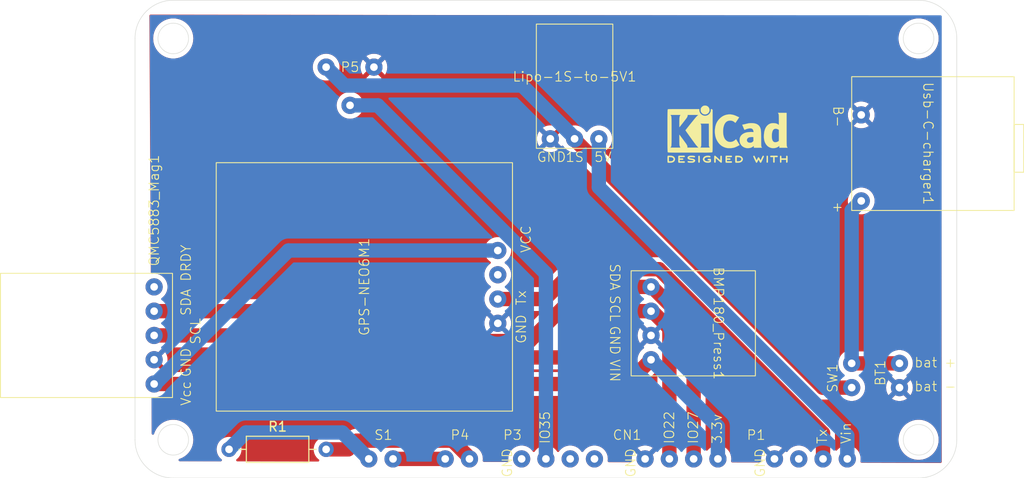
<source format=kicad_pcb>
(kicad_pcb (version 20221018) (generator pcbnew)
  (layers (0 "F.Cu" signal) (31 "B.Cu" signal) (34 "B.Paste" user) (35 "F.Paste" user) (36 "B.SilkS" user "B.Silkscreen") (37 "F.SilkS" user "F.Silkscreen") (38 "B.Mask" user) (39 "F.Mask" user) (44 "Edge.Cuts" user))
  (net 0 "")
  (net 1 "Net-(R1-Pad1)")
  (net 2 "Net-(P4-Pin_1)")
  (net 3 "Net-(BT1-+)")
  (net 4 "GNDREF")
  (net 5 "Net-(Lipo-1S-to-5V1-OUT_5V)")
  (net 6 "Net-(GPS-NEO6M1-TX)")
  (net 10 "Net-(P3-Pin_3)")
  (net 12 "Net-(P4-Pin_2)")
  (net 14 "Net-(BMP180_Press1-VIN)")
  (net 15 "Net-(BMP180_Press1-SDA)")
  (net 16 "Net-(BMP180_Press1-SCL)")
  (net 17 "Net-(Lipo-1S-to-5V1-IN_3.7v)")
  (footprint "BertheShema:2 trous standard" (layer "F.Cu") (at 167 132.54)
    (fp_text reference "SW1" (at -2 -1 90 unlocked) (layer "F.SilkS") (effects (font (thickness 0.1))))
    (fp_text value "SW_DIP_x01" hide)
    (pad "1" thru_hole circle (at 0 0) (size 1.8 1.8) (drill 0.8) (layers "*.Cu" "*.Mask") (net 17 "Net-(Lipo-1S-to-5V1-IN_3.7v)"))
    (pad "2" thru_hole circle (at 0 -2.54) (size 1.8 1.8) (drill 0.8) (layers "*.Cu" "*.Mask") (net 3 "Net-(BT1-+)"))
  )
  (footprint "BertheShema:Usb-C-Charger" (layer "F.Cu") (at 175 107 -90)
    (fp_text reference "Usb-C-charger1" (at 0 0 -90 unlocked) (layer "F.SilkS") (effects (font (thickness 0.1))))
    (fp_text value "-" hide)
    (fp_text user "+" (at 6 10 -90 unlocked) (layer "F.SilkS") (effects (font (thickness 0.1)) (justify left bottom)))
    (fp_text user "B-" (at -4 10 -90 unlocked) (layer "F.SilkS") (effects (font (thickness 0.1)) (justify left bottom)))
    (pad "1" thru_hole circle (at -3 7 270) (size 1.8 1.8) (drill 0.8) (layers "*.Cu" "*.Mask") (net 4 "GNDREF"))
    (pad "2" thru_hole circle (at 6 7 270) (size 1.8 1.8) (drill 0.8) (layers "*.Cu" "*.Mask") (net 3 "Net-(BT1-+)"))
  )
  (footprint "Resistor_THT:R_Axial_DIN0207_L6.3mm_D2.5mm_P10.16mm_Horizontal" (layer "F.Cu") (at 101.84 139)
    (fp_text reference "R1" (at 5.08 -2.37) (layer "F.SilkS"))
    (fp_text value "3.6 ohms" hide)
    (pad "1" thru_hole circle (at 0 0) (size 1.6 1.6) (drill 0.8) (layers "*.Cu" "*.Mask") (net 1 "Net-(R1-Pad1)"))
    (pad "2" thru_hole oval (at 10.16 0) (size 1.6 1.6) (drill 0.8) (layers "*.Cu" "*.Mask") (net 2 "Net-(P4-Pin_1)"))
  )
  (footprint "BertheShema:4 trous standard" (layer "F.Cu") (at 150.46 140 90)
    (fp_text reference "CN1" (at 2.5 -6.96 unlocked) (layer "F.SilkS") (effects (font (thickness 0.1))))
    (fp_text value "Temperature and humidity interface" hide)
    (fp_text user "GND" (at -2 -6 90 unlocked) (layer "F.SilkS") (effects (font (thickness 0.1)) (justify left bottom)))
    (pad "1" thru_hole circle (at 0 2.54 90) (size 1.8 1.8) (drill 0.8) (layers "*.Cu" "*.Mask") (net 14 "Net-(BMP180_Press1-VIN)"))
    (pad "2" thru_hole circle (at 0 0 90) (size 1.8 1.8) (drill 0.8) (layers "*.Cu" "*.Mask") (net 15 "Net-(BMP180_Press1-SDA)"))
    (pad "3" thru_hole circle (at 0 -2.54 90) (size 1.8 1.8) (drill 0.8) (layers "*.Cu" "*.Mask") (net 16 "Net-(BMP180_Press1-SCL)"))
    (pad "4" thru_hole circle (at 0 -5.08 90) (size 1.8 1.8) (drill 0.8) (layers "*.Cu" "*.Mask") (net 4 "GNDREF"))
  )
  (footprint "Symbol:KiCad-Logo2_5mm_SilkScreen" (layer "F.Cu") (at 154 106)
    (fp_text reference "ESP32-2432S028_WROOM-32" hide)
    (fp_text value "-" hide)
  )
  (footprint "BertheShema:2 trous standard" (layer "F.Cu") (at 119 140 90)
    (fp_text reference "S1" (at 2.5 -1 unlocked) (layer "F.SilkS") (effects (font (thickness 0.1))))
    (fp_text value "Speaker 2W 8ohms" hide)
    (pad "1" thru_hole circle (at 0 0 90) (size 1.8 1.8) (drill 0.8) (layers "*.Cu" "*.Mask") (net 12 "Net-(P4-Pin_2)"))
    (pad "2" thru_hole circle (at 0 -2.54 90) (size 1.8 1.8) (drill 0.8) (layers "*.Cu" "*.Mask") (net 1 "Net-(R1-Pad1)"))
  )
  (footprint "BertheShema:2 trous standard" (layer "F.Cu") (at 127 140 90)
    (fp_text reference "P4" (at 2.5 -1 unlocked) (layer "F.SilkS") (effects (font (thickness 0.1))))
    (fp_text value "SPEAK" hide)
    (pad "1" thru_hole circle (at 0 0 90) (size 1.8 1.8) (drill 0.8) (layers "*.Cu" "*.Mask") (net 2 "Net-(P4-Pin_1)"))
    (pad "2" thru_hole circle (at 0 -2.54 90) (size 1.8 1.8) (drill 0.8) (layers "*.Cu" "*.Mask") (net 12 "Net-(P4-Pin_2)"))
  )
  (footprint "BertheShema:GPSNEO6V2" (layer "F.Cu") (at 128.44 122 90)
    (fp_text reference "GPS-NEO6M1" (at 0 -12.44 90 unlocked) (layer "F.SilkS") (effects (font (thickness 0.1))))
    (fp_text value "-" hide)
    (fp_text user "VCC" (at 3.5 5.06 90 unlocked) (layer "F.SilkS") (effects (font (thickness 0.1)) (justify left bottom)))
    (fp_text user "GND" (at -6 4.56 90 unlocked) (layer "F.SilkS") (effects (font (thickness 0.1)) (justify left bottom)))
    (fp_text user "Tx" (at -2 4.56 90 unlocked) (layer "F.SilkS") (effects (font (thickness 0.1)) (justify left bottom)))
    (pad "1" thru_hole circle (at -3.81 1.524 90) (size 1.8 1.8) (drill 0.8) (layers "*.Cu" "*.Mask") (net 4 "GNDREF"))
    (pad "2" thru_hole circle (at -1.27 1.524 90) (size 1.8 1.8) (drill 0.8) (layers "*.Cu" "*.Mask") (net 6 "Net-(GPS-NEO6M1-TX)"))
    (pad "3" thru_hole circle (at 1.27 1.524 90) (size 1.8 1.8) (drill 0.8) (layers "*.Cu" "*.Mask"))
    (pad "4" thru_hole circle (at 3.81 1.524 90) (size 1.8 1.8) (drill 0.8) (layers "*.Cu" "*.Mask") (net 14 "Net-(BMP180_Press1-VIN)"))
  )
  (footprint "BertheShema:1S-to-5v" (layer "F.Cu") (at 138 102.5)
    (fp_text reference "Lipo-1S-to-5V1" (at 0 -2.5 unlocked) (layer "F.SilkS") (effects (font (thickness 0.1))))
    (fp_text value "-")
    (fp_text user "1S" (at -1 6.5 unlocked) (layer "F.SilkS") (effects (font (thickness 0.1)) (justify left bottom)))
    (fp_text user "5V" (at 2 6.5 unlocked) (layer "F.SilkS") (effects (font (thickness 0.1)) (justify left bottom)))
    (fp_text user "GND" (at -4 6.5 unlocked) (layer "F.SilkS") (effects (font (thickness 0.1)) (justify left bottom)))
    (pad "1" thru_hole circle (at -2.54 4) (size 1.8 1.8) (drill 0.8) (layers "*.Cu" "*.Mask") (net 4 "GNDREF"))
    (pad "2" thru_hole circle (at 0 4) (size 1.8 1.8) (drill 0.8) (layers "*.Cu" "*.Mask") (net 17 "Net-(Lipo-1S-to-5V1-IN_3.7v)"))
    (pad "3" thru_hole circle (at 2.54 4) (size 1.8 1.8) (drill 0.8) (layers "*.Cu" "*.Mask") (net 5 "Net-(Lipo-1S-to-5V1-OUT_5V)"))
  )
  (footprint "BertheShema:2 trous standard" (layer "F.Cu") (at 172 130 180)
    (fp_text reference "BT1" (at 2 -1 90 unlocked) (layer "F.SilkS") (effects (font (thickness 0.1))))
    (fp_text value "Battery_Cell" hide)
    (pad "1" thru_hole circle (at 0 0 180) (size 1.8 1.8) (drill 0.8) (layers "*.Cu" "*.Mask") (net 3 "Net-(BT1-+)"))
    (pad "2" thru_hole circle (at 0 -2.54 180) (size 1.8 1.8) (drill 0.8) (layers "*.Cu" "*.Mask") (net 4 "GNDREF"))
  )
  (footprint "BertheShema:QMC5883" (layer "F.Cu") (at 88.92 127.08 90)
    (fp_text reference "QMC5883_Mag1" (at 13.08 5.08 90 unlocked) (layer "F.SilkS") (effects (font (thickness 0.1))))
    (fp_text value "~")
    (fp_text user "GND" (at -4.42 9 90 unlocked) (layer "F.SilkS") (effects (font (thickness 0.1)) (justify left bottom)))
    (fp_text user "Vcc" (at -7.42 9 90 unlocked) (layer "F.SilkS") (effects (font (thickness 0.1)) (justify left bottom)))
    (fp_text user "SDA" (at 2 9 90 unlocked) (layer "F.SilkS") (effects (font (thickness 0.1)) (justify left bottom)))
    (fp_text user "DRDY" (at 5.58 9 90 unlocked) (layer "F.SilkS") (effects (font (thickness 0.1)) (justify left bottom)))
    (fp_text user "SCL" (at -1 10 90 unlocked) (layer "F.SilkS") (effects (font (thickness 0.1)) (justify left bottom)))
    (pad "1" thru_hole circle (at -5.08 5.08 90) (size 1.8 1.8) (drill 0.8) (layers "*.Cu" "*.Mask") (net 14 "Net-(BMP180_Press1-VIN)"))
    (pad "2" thru_hole circle (at -2.54 5.08 90) (size 1.8 1.8) (drill 0.8) (layers "*.Cu" "*.Mask") (net 4 "GNDREF"))
    (pad "3" thru_hole circle (at 0 5.08 90) (size 1.8 1.8) (drill 0.8) (layers "*.Cu" "*.Mask") (net 16 "Net-(BMP180_Press1-SCL)"))
    (pad "4" thru_hole circle (at 2.54 5.08 90) (size 1.8 1.8) (drill 0.8) (layers "*.Cu" "*.Mask") (net 15 "Net-(BMP180_Press1-SDA)"))
    (pad "5" thru_hole circle (at 5.08 5.08 90) (size 1.8 1.8) (drill 0.8) (layers "*.Cu" "*.Mask"))
  )
  (footprint "BertheShema:4 trous standard" (layer "F.Cu") (at 164 140 90)
    (fp_text reference "P1" (at 2.5 -7 unlocked) (layer "F.SilkS") (effects (font (thickness 0.1))))
    (fp_text value "Power supply base" hide)
    (fp_text user "GND" (at -2 -6 90 unlocked) (layer "F.SilkS") (effects (font (thickness 0.1)) (justify left bottom)))
    (pad "1" thru_hole circle (at 0 2.54 90) (size 1.8 1.8) (drill 0.8) (layers "*.Cu" "*.Mask") (net 5 "Net-(Lipo-1S-to-5V1-OUT_5V)"))
    (pad "2" thru_hole circle (at 0 0 90) (size 1.8 1.8) (drill 0.8) (layers "*.Cu" "*.Mask") (net 6 "Net-(GPS-NEO6M1-TX)"))
    (pad "3" thru_hole circle (at 0 -2.54 90) (size 1.8 1.8) (drill 0.8) (layers "*.Cu" "*.Mask"))
    (pad "4" thru_hole circle (at 0 -5.08 90) (size 1.8 1.8) (drill 0.8) (layers "*.Cu" "*.Mask") (net 4 "GNDREF"))
  )
  (footprint "BertheShema:potentiometre" (layer "F.Cu") (at 114.5 99.5)
    (fp_text reference "P5" (at 0 -0.5 unlocked) (layer "F.SilkS") (effects (font (thickness 0.1))))
    (fp_text value "10 k ohms" hide)
    (pad "1" thru_hole circle (at -2.5 -0.5) (size 1.8 1.8) (drill 0.8) (layers "*.Cu" "*.Mask") (net 17 "Net-(Lipo-1S-to-5V1-IN_3.7v)"))
    (pad "2" thru_hole circle (at 0 3.5) (size 1.8 1.8) (drill 0.8) (layers "*.Cu" "*.Mask") (net 10 "Net-(P3-Pin_3)"))
    (pad "3" thru_hole circle (at 2.5 -0.5) (size 1.8 1.8) (drill 0.8) (layers "*.Cu" "*.Mask") (net 4 "GNDREF"))
  )
  (footprint "BertheShema:BMP180" (layer "F.Cu") (at 147.524 125.81 -90)
    (fp_text reference "BMP180_Press1" (at 0 -5.54 -90 unlocked) (layer "F.SilkS") (effects (font (thickness 0.1))))
    (fp_text value "~")
    (fp_text user "VIN" (at 3.69 5.898 -90 unlocked) (layer "F.SilkS") (effects (font (thickness 0.1)) (justify left bottom)))
    (fp_text user "SDA" (at -6.31 5.898 -90 unlocked) (layer "F.SilkS") (effects (font (thickness 0.1)) (justify left bottom)))
    (fp_text user "GND" (at 0.19 5.898 -90 unlocked) (layer "F.SilkS") (effects (font (thickness 0.1)) (justify left bottom)))
    (fp_text user "SCL" (at -3 5.898 -90 unlocked) (layer "F.SilkS") (effects (font (thickness 0.1)) (justify left bottom)))
    (pad "1" thru_hole circle (at -3.81 1.524 270) (size 1.8 1.8) (drill 0.8) (layers "*.Cu" "*.Mask") (net 15 "Net-(BMP180_Press1-SDA)"))
    (pad "2" thru_hole circle (at -1.27 1.524 270) (size 1.8 1.8) (drill 0.8) (layers "*.Cu" "*.Mask") (net 16 "Net-(BMP180_Press1-SCL)"))
    (pad "3" thru_hole circle (at 1.27 1.524 270) (size 1.8 1.8) (drill 0.8) (layers "*.Cu" "*.Mask") (net 4 "GNDREF"))
    (pad "4" thru_hole circle (at 3.81 1.524 270) (size 1.8 1.8) (drill 0.8) (layers "*.Cu" "*.Mask") (net 14 "Net-(BMP180_Press1-VIN)"))
  )
  (footprint "BertheShema:4 trous standard" (layer "F.Cu") (at 137.54 140 90)
    (fp_text reference "P3" (at 2.5 -6.04 unlocked) (layer "F.SilkS") (effects (font (thickness 0.1))))
    (fp_text value "Extended IO" hide)
    (fp_text user "GND" (at -2 -6 90 unlocked) (layer "F.SilkS") (effects (font (thickness 0.1)) (justify left bottom)))
    (pad "1" thru_hole circle (at 0 2.54 90) (size 1.8 1.8) (drill 0.8) (layers "*.Cu" "*.Mask"))
    (pad "2" thru_hole circle (at 0 0 90) (size 1.8 1.8) (drill 0.8) (layers "*.Cu" "*.Mask"))
    (pad "3" thru_hole circle (at 0 -2.54 90) (size 1.8 1.8) (drill 0.8) (layers "*.Cu" "*.Mask") (net 10 "Net-(P3-Pin_3)"))
    (pad "4" thru_hole circle (at 0 -5.08 90) (size 1.8 1.8) (drill 0.8) (layers "*.Cu" "*.Mask"))
  )
  (gr_arc (start 178 138) (mid 176.828427 140.828427) (end 174 142) (stroke (width 0.05)) (layer "Edge.Cuts"))
  (gr_circle (center 174 96) (end 175.6 96) (stroke (width 0.05)) (fill none) (layer "Edge.Cuts"))
  (gr_line (start 174 142) (end 96 142) (stroke (width 0.05)) (layer "Edge.Cuts"))
  (gr_line (start 96 92) (end 174 92) (stroke (width 0.05)) (layer "Edge.Cuts"))
  (gr_circle (center 96 138) (end 97.6 138) (stroke (width 0.05)) (fill none) (layer "Edge.Cuts"))
  (gr_arc (start 92 96) (mid 93.171573 93.171573) (end 96 92) (stroke (width 0.05)) (layer "Edge.Cuts"))
  (gr_arc (start 96 142) (mid 93.171573 140.828427) (end 92 138) (stroke (width 0.05)) (layer "Edge.Cuts"))
  (gr_line (start 92 138) (end 92 96) (stroke (width 0.05)) (layer "Edge.Cuts"))
  (gr_arc (start 174 92) (mid 176.828427 93.171573) (end 178 96) (stroke (width 0.05)) (layer "Edge.Cuts"))
  (gr_circle (center 96 96) (end 97.6 96) (stroke (width 0.05)) (fill none) (layer "Edge.Cuts"))
  (gr_circle (center 174 138) (end 175.6 138) (stroke (width 0.05)) (fill none) (layer "Edge.Cuts"))
  (gr_line (start 178 96) (end 178 138) (stroke (width 0.05)) (layer "Edge.Cuts"))
  (gr_text "IO27" (at 151 138.5 90) (layer "F.SilkS") (effects (font (size 1 1) (thickness 0.1)) (justify left bottom)))
  (gr_text "Vin" (at 167 138.5 90) (layer "F.SilkS") (effects (font (size 1 1) (thickness 0.1)) (justify left bottom)))
  (gr_text "bat +" (at 173.5 130.5) (layer "F.SilkS") (effects (font (size 1 1) (thickness 0.1)) (justify left bottom)))
  (gr_text "Tx" (at 164.5 138.5 90) (layer "F.SilkS") (effects (font (size 1 1) (thickness 0.1)) (justify left bottom)))
  (gr_text "IO22" (at 148.5 138.5 90) (layer "F.SilkS") (effects (font (size 1 1) (thickness 0.1)) (justify left bottom)))
  (gr_text "3.3v" (at 153.5 138.5 90) (layer "F.SilkS") (effects (font (size 1 1) (thickness 0.1)) (justify left bottom)))
  (gr_text "bat -" (at 173.5 133) (layer "F.SilkS") (effects (font (size 1 1) (thickness 0.1)) (justify left bottom)))
  (gr_text "IO35" (at 135.5 138.5 90) (layer "F.SilkS") (effects (font (size 1 1) (thickness 0.1)) (justify left bottom)))
  (segment (start 101.84 139) (end 103.6068 137.2332) (width 1.5) (layer "B.Cu") (net 1))
  (segment (start 103.6068 137.2332) (end 113.6932 137.2332) (width 1.5) (layer "B.Cu") (net 1))
  (segment (start 113.6932 137.2332) (end 116.46 140) (width 1.5) (layer "B.Cu") (net 1))
  (segment (start 114.3 139) (end 115.2083 138.0917) (width 1.5) (layer "F.Cu") (net 2))
  (segment (start 115.2083 138.0917) (end 125.2139 138.0917) (width 1.5) (layer "F.Cu") (net 2))
  (segment (start 127 139.8778) (end 127 140) (width 1.5) (layer "F.Cu") (net 2))
  (segment (start 112 139) (end 114.3 139) (width 1.5) (layer "F.Cu") (net 2))
  (segment (start 125.2139 138.0917) (end 127 139.8778) (width 1.5) (layer "F.Cu") (net 2))
  (segment (start 172 130) (end 167 130) (width 1.5) (layer "F.Cu") (net 3))
  (segment (start 167 114) (end 167 130) (width 1.5) (layer "B.Cu") (net 3))
  (segment (start 168 113) (end 167 114) (width 1.5) (layer "B.Cu") (net 3))
  (segment (start 166.54 140) (end 166.54 137.5656) (width 1.5) (layer "B.Cu") (net 5))
  (segment (start 166.54 137.5656) (end 140.54 111.5656) (width 1.5) (layer "B.Cu") (net 5))
  (segment (start 140.54 111.5656) (end 140.54 106.5) (width 1.5) (layer "B.Cu") (net 5))
  (segment (start 146.8403 120.1461) (end 138.0178 120.1461) (width 1.5) (layer "F.Cu") (net 6))
  (segment (start 134.8939 123.27) (end 129.964 123.27) (width 1.5) (layer "F.Cu") (net 6))
  (segment (start 164 140) (end 164 137.3058) (width 1.5) (layer "F.Cu") (net 6))
  (segment (start 164 137.3058) (end 146.8403 120.1461) (width 1.5) (layer "F.Cu") (net 6))
  (segment (start 138.0178 120.1461) (end 134.8939 123.27) (width 1.5) (layer "F.Cu") (net 6))
  (segment (start 135 120.6009) (end 135 140) (width 1.5) (layer "B.Cu") (net 10))
  (segment (start 114.5 103) (end 117.3991 103) (width 1.5) (layer "B.Cu") (net 10))
  (segment (start 117.3991 103) (end 135 120.6009) (width 1.5) (layer "B.Cu") (net 10))
  (segment (start 124.46 140) (end 119 140) (width 1.5) (layer "F.Cu") (net 12))
  (segment (start 94 132.16) (end 143.46 132.16) (width 1.5) (layer "F.Cu") (net 14))
  (segment (start 143.46 132.16) (end 146 129.62) (width 1.5) (layer "F.Cu") (net 14))
  (segment (start 153 136.62) (end 153 140) (width 1.5) (layer "B.Cu") (net 14))
  (segment (start 108.0605 118.19) (end 129.964 118.19) (width 1.5) (layer "B.Cu") (net 14))
  (segment (start 94.0905 132.16) (end 108.0605 118.19) (width 1.5) (layer "B.Cu") (net 14))
  (segment (start 146 129.62) (end 153 136.62) (width 1.5) (layer "B.Cu") (net 14))
  (segment (start 94 132.16) (end 94.0905 132.16) (width 1.5) (layer "B.Cu") (net 14))
  (segment (start 94 124.54) (end 123.8499 124.54) (width 1.5) (layer "F.Cu") (net 15))
  (segment (start 146.0911 122) (end 146 122) (width 1.5) (layer "F.Cu") (net 15))
  (segment (start 126.9752 127.6653) (end 133.2993 127.6653) (width 1.5) (layer "F.Cu") (net 15))
  (segment (start 133.2993 127.6653) (end 138.9646 122) (width 1.5) (layer "F.Cu") (net 15))
  (segment (start 150.46 126.3689) (end 146.0911 122) (width 1.5) (layer "F.Cu") (net 15))
  (segment (start 123.8499 124.54) (end 126.9752 127.6653) (width 1.5) (layer "F.Cu") (net 15))
  (segment (start 138.9646 122) (end 146 122) (width 1.5) (layer "F.Cu") (net 15))
  (segment (start 150.46 140) (end 150.46 126.3689) (width 1.5) (layer "F.Cu") (net 15))
  (segment (start 110.8274 129.3815) (end 136.6845 129.3815) (width 1.5) (layer "F.Cu") (net 16))
  (segment (start 147.92 126.3374) (end 147.92 140) (width 1.5) (layer "F.Cu") (net 16))
  (segment (start 146.1226 124.54) (end 147.92 126.3374) (width 1.5) (layer "F.Cu") (net 16))
  (segment (start 141.526 124.54) (end 146 124.54) (width 1.5) (layer "F.Cu") (net 16))
  (segment (start 108.5259 127.08) (end 110.8274 129.3815) (width 1.5) (layer "F.Cu") (net 16))
  (segment (start 136.6845 129.3815) (end 141.526 124.54) (width 1.5) (layer "F.Cu") (net 16))
  (segment (start 94 127.08) (end 108.5259 127.08) (width 1.5) (layer "F.Cu") (net 16))
  (segment (start 146 124.54) (end 146.1226 124.54) (width 1.5) (layer "F.Cu") (net 16))
  (segment (start 167 132.54) (end 163.9559 132.54) (width 1.5) (layer "F.Cu") (net 17))
  (segment (start 138 106.5841) (end 138 106.5) (width 1.5) (layer "F.Cu") (net 17))
  (segment (start 163.9559 132.54) (end 138 106.5841) (width 1.5) (layer "F.Cu") (net 17))
  (segment (start 112 99) (end 113.9245 100.9245) (width 1.5) (layer "B.Cu") (net 17))
  (segment (start 138 106.4127) (end 138 106.5) (width 1.5) (layer "B.Cu") (net 17))
  (segment (start 132.5118 100.9245) (end 138 106.4127) (width 1.5) (layer "B.Cu") (net 17))
  (segment (start 113.9245 100.9245) (end 132.5118 100.9245) (width 1.5) (layer "B.Cu") (net 17))
  (zone (net 4) (net_name "GNDREF") (layer "F.Cu") (connect_pads (clearance 0.5)) (min_thickness 0.25) (fill yes (thermal_gap 0.5) (thermal_bridge_width 0.5))
    (polygon (pts (xy 93.501674 93.501674) (xy 176.383886 93.616114) (xy 176.427243 140.427243) (xy 93.76349 140.23651)))
  )
  (zone (net 4) (net_name "GNDREF") (layer "B.Cu") (priority 1) (connect_pads (clearance 0.5)) (min_thickness 0.25) (fill yes (thermal_gap 0.5) (thermal_bridge_width 0.5))
    (polygon (pts (xy 176.422032 93.577968) (xy 176.389096 140.389096) (xy 93.76349 140.23651) (xy 93.539821 93.539821)))
  )
)
</source>
